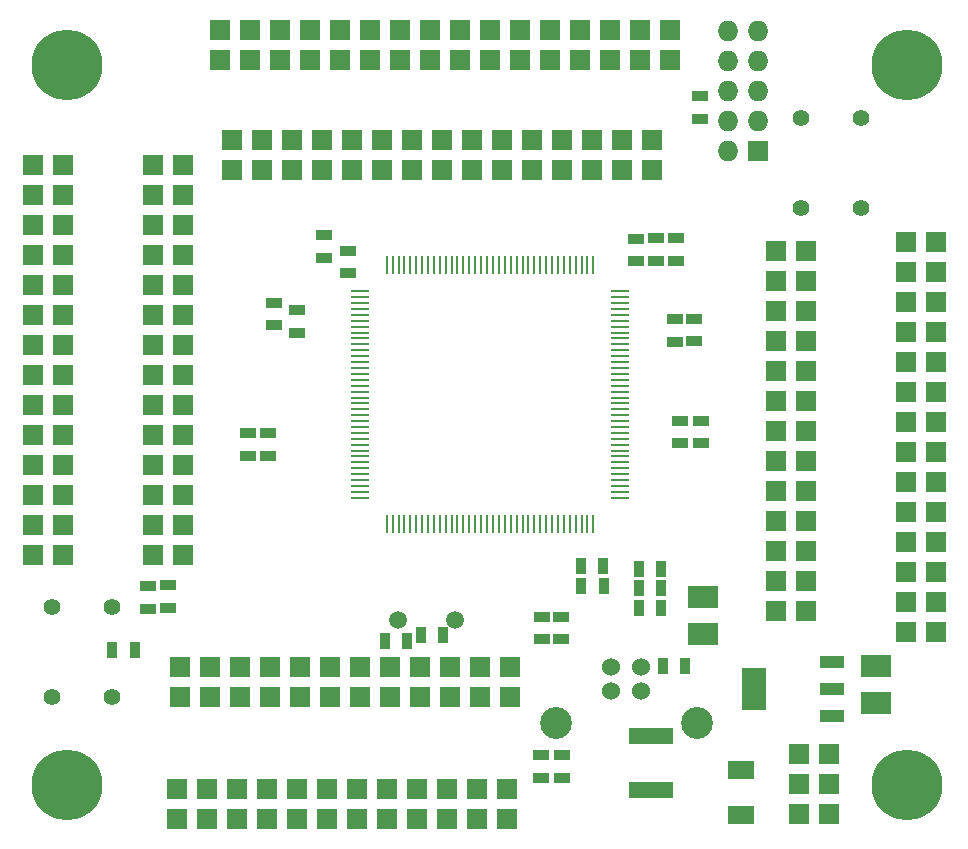
<source format=gbs>
%FSLAX46Y46*%
G04 Gerber Fmt 4.6, Leading zero omitted, Abs format (unit mm)*
G04 Created by KiCad (PCBNEW (2014-jul-16 BZR unknown)-product) date St 8. říjen 2014, 14:55:03 CEST*
%MOMM*%
G01*
G04 APERTURE LIST*
%ADD10C,0.150000*%
%ADD11R,0.254000X1.524000*%
%ADD12R,1.524000X0.254000*%
%ADD13R,1.397000X0.889000*%
%ADD14R,0.889000X1.397000*%
%ADD15R,3.810000X1.397000*%
%ADD16C,1.524000*%
%ADD17C,2.700020*%
%ADD18C,1.501140*%
%ADD19R,1.727200X1.727200*%
%ADD20O,1.727200X1.727200*%
%ADD21R,2.199640X1.600200*%
%ADD22R,1.651000X1.651000*%
%ADD23C,6.000000*%
%ADD24C,1.397000*%
%ADD25R,2.032000X3.657600*%
%ADD26R,2.032000X1.016000*%
%ADD27R,2.499360X1.950720*%
G04 APERTURE END LIST*
D10*
D11*
X156324300Y-99885500D03*
X155816300Y-99885500D03*
X155321000Y-99885500D03*
X154825700Y-99885500D03*
X154317700Y-99885500D03*
X153822400Y-99885500D03*
X153327100Y-99885500D03*
X152819100Y-99885500D03*
X152323800Y-99885500D03*
X151828500Y-99885500D03*
X151320500Y-99885500D03*
X150825200Y-99885500D03*
X150329900Y-99885500D03*
X149821900Y-99885500D03*
X149326600Y-99885500D03*
X148831300Y-99885500D03*
X148323300Y-99885500D03*
X147828000Y-99885500D03*
X147320000Y-99885500D03*
X146824700Y-99885500D03*
X146316700Y-99885500D03*
X145821400Y-99885500D03*
X145326100Y-99885500D03*
X144818100Y-99885500D03*
X144322800Y-99885500D03*
X143827500Y-99885500D03*
X143319500Y-99885500D03*
X142824200Y-99885500D03*
X142328900Y-99885500D03*
X141820900Y-99885500D03*
X141325600Y-99885500D03*
X140830300Y-99885500D03*
X140322300Y-99885500D03*
X139827000Y-99885500D03*
X139331700Y-99885500D03*
X138823700Y-99885500D03*
D12*
X136588500Y-83146900D03*
X136588500Y-82651600D03*
X136588500Y-82156300D03*
X136588500Y-81648300D03*
X136588500Y-81153000D03*
X136588500Y-80657700D03*
X136588500Y-80149700D03*
X158559500Y-82651600D03*
X158559500Y-83146900D03*
X158559500Y-83654900D03*
X158559500Y-84150200D03*
X158559500Y-84645500D03*
X158559500Y-85153500D03*
X158559500Y-85648800D03*
X158559500Y-86144100D03*
X158559500Y-86652100D03*
X158559500Y-87147400D03*
X158559500Y-87642700D03*
X158559500Y-88150700D03*
X158559500Y-88646000D03*
X158559500Y-89154000D03*
X158559500Y-89649300D03*
X158559500Y-90157300D03*
X158559500Y-90652600D03*
X158559500Y-91147900D03*
X158559500Y-91655900D03*
X158559500Y-92151200D03*
X158559500Y-92646500D03*
X158559500Y-93154500D03*
X158559500Y-93649800D03*
X158559500Y-94145100D03*
X158559500Y-94653100D03*
X158559500Y-95148400D03*
X158559500Y-95643700D03*
X158559500Y-96151700D03*
X158559500Y-96647000D03*
X158559500Y-97142300D03*
X158559500Y-97650300D03*
X136588500Y-97650300D03*
X136588500Y-97142300D03*
X136588500Y-96647000D03*
X136588500Y-96151700D03*
X136588500Y-95643700D03*
X136588500Y-95148400D03*
X136588500Y-94653100D03*
X136588500Y-94145100D03*
X136588500Y-93649800D03*
X136588500Y-93154500D03*
X136588500Y-92646500D03*
X136588500Y-92151200D03*
X136588500Y-91655900D03*
X136588500Y-91147900D03*
X136588500Y-90652600D03*
X136588500Y-90157300D03*
X136588500Y-89649300D03*
X136588500Y-89154000D03*
X136588500Y-88646000D03*
X136588500Y-88150700D03*
X136588500Y-87642700D03*
X136588500Y-87147400D03*
X136588500Y-86652100D03*
X136588500Y-86144100D03*
X136588500Y-85648800D03*
X136588500Y-85153500D03*
X136588500Y-84645500D03*
X136588500Y-84150200D03*
X136588500Y-83654900D03*
D11*
X141325600Y-77914500D03*
X141820900Y-77914500D03*
X142328900Y-77914500D03*
X142824200Y-77914500D03*
X143319500Y-77914500D03*
X143827500Y-77914500D03*
X144322800Y-77914500D03*
X144818100Y-77914500D03*
X145326100Y-77914500D03*
X145821400Y-77914500D03*
X146316700Y-77914500D03*
X146824700Y-77914500D03*
X147320000Y-77914500D03*
X147828000Y-77914500D03*
X148323300Y-77914500D03*
X148831300Y-77914500D03*
X149326600Y-77914500D03*
X149821900Y-77914500D03*
X150329900Y-77914500D03*
X150825200Y-77914500D03*
X151320500Y-77914500D03*
X151828500Y-77914500D03*
X152323800Y-77914500D03*
X152819100Y-77914500D03*
X153327100Y-77914500D03*
X153822400Y-77914500D03*
X154317700Y-77914500D03*
X154825700Y-77914500D03*
X155321000Y-77914500D03*
X155816300Y-77914500D03*
X156324300Y-77914500D03*
X138823700Y-77914500D03*
X139331700Y-77914500D03*
X139827000Y-77914500D03*
X140322300Y-77914500D03*
X140830300Y-77914500D03*
D12*
X158559500Y-80149700D03*
X158559500Y-80657700D03*
X158559500Y-81153000D03*
X158559500Y-81648300D03*
X158559500Y-82156300D03*
D13*
X163296600Y-75679300D03*
X163296600Y-77584300D03*
X164871400Y-84391500D03*
X164871400Y-82486500D03*
X127076200Y-92189300D03*
X127076200Y-94094300D03*
D14*
X160185100Y-103657400D03*
X162090100Y-103657400D03*
D13*
X163652200Y-91122500D03*
X163652200Y-93027500D03*
X161620200Y-75679300D03*
X161620200Y-77584300D03*
X151892000Y-119443500D03*
X151892000Y-121348500D03*
X135559800Y-78651100D03*
X135559800Y-76746100D03*
X120289320Y-106967020D03*
X120289320Y-105062020D03*
X118587520Y-107017820D03*
X118587520Y-105112820D03*
X129311400Y-83019900D03*
X129311400Y-81114900D03*
X133502400Y-77330300D03*
X133502400Y-75425300D03*
D14*
X160159700Y-105257600D03*
X162064700Y-105257600D03*
X157187900Y-105079800D03*
X155282900Y-105079800D03*
D13*
X163245800Y-84416900D03*
X163245800Y-82511900D03*
D14*
X160159700Y-106934000D03*
X162064700Y-106934000D03*
D13*
X165455600Y-91122500D03*
X165455600Y-93027500D03*
X128778000Y-92189300D03*
X128778000Y-94094300D03*
X131216400Y-83680300D03*
X131216400Y-81775300D03*
X159943800Y-75704700D03*
X159943800Y-77609700D03*
D14*
X138645900Y-109778800D03*
X140550900Y-109778800D03*
X143598900Y-109270800D03*
X141693900Y-109270800D03*
D15*
X161239200Y-117830600D03*
X161239200Y-122402600D03*
D16*
X160395920Y-111998760D03*
X157855920Y-111998760D03*
X157855920Y-113997740D03*
X160395920Y-113997740D03*
D17*
X165125400Y-116697760D03*
X153126440Y-116697760D03*
D13*
X165328600Y-65570100D03*
X165328600Y-63665100D03*
D14*
X157162500Y-103378000D03*
X155257500Y-103378000D03*
D13*
X151993600Y-107708700D03*
X151993600Y-109613700D03*
X153619200Y-107708700D03*
X153619200Y-109613700D03*
D14*
X115608100Y-110490000D03*
X117513100Y-110490000D03*
D18*
X139748260Y-108000800D03*
X144630140Y-108000800D03*
D19*
X170281600Y-68300600D03*
D20*
X167741600Y-68300600D03*
X170281600Y-65760600D03*
X167741600Y-65760600D03*
X170281600Y-63220600D03*
X167741600Y-63220600D03*
X170281600Y-60680600D03*
X167741600Y-60680600D03*
X170281600Y-58140600D03*
X167741600Y-58140600D03*
D21*
X168808400Y-124505720D03*
X168808400Y-120705880D03*
D22*
X128955800Y-114477800D03*
X128955800Y-111937800D03*
X146481800Y-124841000D03*
X146481800Y-122301000D03*
X136575800Y-114477800D03*
X136575800Y-111937800D03*
X131241800Y-124841000D03*
X131241800Y-122301000D03*
X133781800Y-124841000D03*
X133781800Y-122301000D03*
X174345600Y-86868000D03*
X171805600Y-86868000D03*
X185318400Y-86106000D03*
X182778400Y-86106000D03*
X174345600Y-79248000D03*
X171805600Y-79248000D03*
X185318400Y-78486000D03*
X182778400Y-78486000D03*
X174345600Y-76708000D03*
X171805600Y-76708000D03*
X185318400Y-75946000D03*
X182778400Y-75946000D03*
X185318400Y-81026000D03*
X182778400Y-81026000D03*
X174345600Y-81788000D03*
X171805600Y-81788000D03*
X185318400Y-83566000D03*
X182778400Y-83566000D03*
X174345600Y-84328000D03*
X171805600Y-84328000D03*
X174345600Y-97028000D03*
X171805600Y-97028000D03*
X161290000Y-69850000D03*
X161290000Y-67310000D03*
X162814000Y-58039000D03*
X162814000Y-60579000D03*
X185318400Y-98806000D03*
X182778400Y-98806000D03*
X174345600Y-99568000D03*
X171805600Y-99568000D03*
X174345600Y-104648000D03*
X171805600Y-104648000D03*
X174345600Y-107188000D03*
X171805600Y-107188000D03*
X185318400Y-108966000D03*
X182778400Y-108966000D03*
X185318400Y-106426000D03*
X182778400Y-106426000D03*
X185318400Y-101346000D03*
X182778400Y-101346000D03*
X182778400Y-96266000D03*
X185318400Y-96266000D03*
X174345600Y-91948000D03*
X171805600Y-91948000D03*
X174345600Y-94488000D03*
X171805600Y-94488000D03*
X185318400Y-93726000D03*
X182778400Y-93726000D03*
X144195800Y-114477800D03*
X144195800Y-111937800D03*
X185318400Y-91186000D03*
X182778400Y-91186000D03*
X174345600Y-89408000D03*
X171805600Y-89408000D03*
X149021800Y-124841000D03*
X149021800Y-122301000D03*
X146735800Y-114477800D03*
X146735800Y-111937800D03*
X139115800Y-114477800D03*
X139115800Y-111937800D03*
X141655800Y-114477800D03*
X141655800Y-111937800D03*
X158750000Y-67310000D03*
X158750000Y-69850000D03*
X160274000Y-60579000D03*
X160274000Y-58039000D03*
X126415800Y-114477800D03*
X126415800Y-111937800D03*
X143941800Y-124841000D03*
X143941800Y-122301000D03*
X141401800Y-124841000D03*
X141401800Y-122301000D03*
X149275800Y-114477800D03*
X149275800Y-111937800D03*
X182778400Y-103886000D03*
X185318400Y-103886000D03*
X174345600Y-102108000D03*
X171805600Y-102108000D03*
X185318400Y-88646000D03*
X182778400Y-88646000D03*
X138861800Y-124841000D03*
X138861800Y-122301000D03*
X136321800Y-124841000D03*
X136321800Y-122301000D03*
X134035800Y-114477800D03*
X134035800Y-111937800D03*
X131495800Y-114477800D03*
X131495800Y-111937800D03*
X128701800Y-124841000D03*
X128701800Y-122301000D03*
X111404400Y-82169000D03*
X108864400Y-82169000D03*
X111404400Y-77089000D03*
X108864400Y-77089000D03*
X121564400Y-74549000D03*
X119024400Y-74549000D03*
X111404400Y-72009000D03*
X108864400Y-72009000D03*
X121564400Y-77089000D03*
X119024400Y-77089000D03*
X121564400Y-79629000D03*
X119024400Y-79629000D03*
X111404400Y-84709000D03*
X108864400Y-84709000D03*
X121564400Y-84709000D03*
X119024400Y-84709000D03*
X121564400Y-89789000D03*
X119024400Y-89789000D03*
X111404400Y-89789000D03*
X108864400Y-89789000D03*
X111404400Y-102489000D03*
X108864400Y-102489000D03*
X111404400Y-69469000D03*
X108864400Y-69469000D03*
X123621800Y-124841000D03*
X123621800Y-122301000D03*
X123875800Y-114477800D03*
X123875800Y-111937800D03*
X119024400Y-69469000D03*
X121564400Y-69469000D03*
X121564400Y-99949000D03*
X119024400Y-99949000D03*
X126161800Y-124841000D03*
X126161800Y-122301000D03*
X138430000Y-69850000D03*
X138430000Y-67310000D03*
X142494000Y-60579000D03*
X142494000Y-58039000D03*
X121335800Y-114477800D03*
X121335800Y-111937800D03*
X128270000Y-69850000D03*
X128270000Y-67310000D03*
X139954000Y-60579000D03*
X139954000Y-58039000D03*
X129794000Y-58039000D03*
X129794000Y-60579000D03*
X140970000Y-69850000D03*
X140970000Y-67310000D03*
X145034000Y-60579000D03*
X145034000Y-58039000D03*
X152654000Y-60579000D03*
X152654000Y-58039000D03*
X150114000Y-58039000D03*
X150114000Y-60579000D03*
X146050000Y-69850000D03*
X146050000Y-67310000D03*
X148590000Y-69850000D03*
X148590000Y-67310000D03*
X155194000Y-60579000D03*
X155194000Y-58039000D03*
X157734000Y-58039000D03*
X157734000Y-60579000D03*
X156210000Y-69850000D03*
X156210000Y-67310000D03*
X151130000Y-67310000D03*
X151130000Y-69850000D03*
X153670000Y-67310000D03*
X153670000Y-69850000D03*
X111404400Y-74549000D03*
X108864400Y-74549000D03*
X121564400Y-102489000D03*
X119024400Y-102489000D03*
X121564400Y-94869000D03*
X119024400Y-94869000D03*
X111404400Y-92329000D03*
X108864400Y-92329000D03*
X111404400Y-87249000D03*
X108864400Y-87249000D03*
X121564400Y-87249000D03*
X119024400Y-87249000D03*
X121081800Y-124841000D03*
X121081800Y-122301000D03*
X125730000Y-69850000D03*
X125730000Y-67310000D03*
X124714000Y-60579000D03*
X124714000Y-58039000D03*
X147574000Y-60579000D03*
X147574000Y-58039000D03*
X121564400Y-72009000D03*
X119024400Y-72009000D03*
X127254000Y-60579000D03*
X127254000Y-58039000D03*
X132334000Y-60579000D03*
X132334000Y-58039000D03*
X111404400Y-99949000D03*
X108864400Y-99949000D03*
X111404400Y-97409000D03*
X108864400Y-97409000D03*
X111404400Y-94869000D03*
X108864400Y-94869000D03*
X130810000Y-69850000D03*
X130810000Y-67310000D03*
X133350000Y-69850000D03*
X133350000Y-67310000D03*
X143510000Y-69850000D03*
X143510000Y-67310000D03*
X119024400Y-97409000D03*
X121564400Y-97409000D03*
X121564400Y-92329000D03*
X119024400Y-92329000D03*
X135890000Y-69850000D03*
X135890000Y-67310000D03*
X137414000Y-60579000D03*
X137414000Y-58039000D03*
X134874000Y-60579000D03*
X134874000Y-58039000D03*
X111404400Y-79629000D03*
X108864400Y-79629000D03*
X121564400Y-82169000D03*
X119024400Y-82169000D03*
X176276000Y-124409200D03*
X176276000Y-121869200D03*
X176276000Y-119329200D03*
X173736000Y-119329200D03*
X173736000Y-121869200D03*
X173736000Y-124409200D03*
D14*
X162217100Y-111912400D03*
X164122100Y-111912400D03*
D23*
X111760000Y-60960000D03*
X111760000Y-121920000D03*
X182880000Y-60960000D03*
X182880000Y-121920000D03*
D13*
X153670000Y-119443500D03*
X153670000Y-121348500D03*
D24*
X179019200Y-73101200D03*
X173939200Y-73101200D03*
X179019200Y-65481200D03*
X173939200Y-65481200D03*
X115570000Y-114503200D03*
X110490000Y-114503200D03*
X115570000Y-106883200D03*
X110490000Y-106883200D03*
D25*
X169887900Y-113814860D03*
D26*
X176491900Y-113814860D03*
X176491900Y-116100860D03*
X176491900Y-111528860D03*
D27*
X180213000Y-111887000D03*
X180213000Y-114985800D03*
X165633400Y-106060240D03*
X165633400Y-109159040D03*
M02*

</source>
